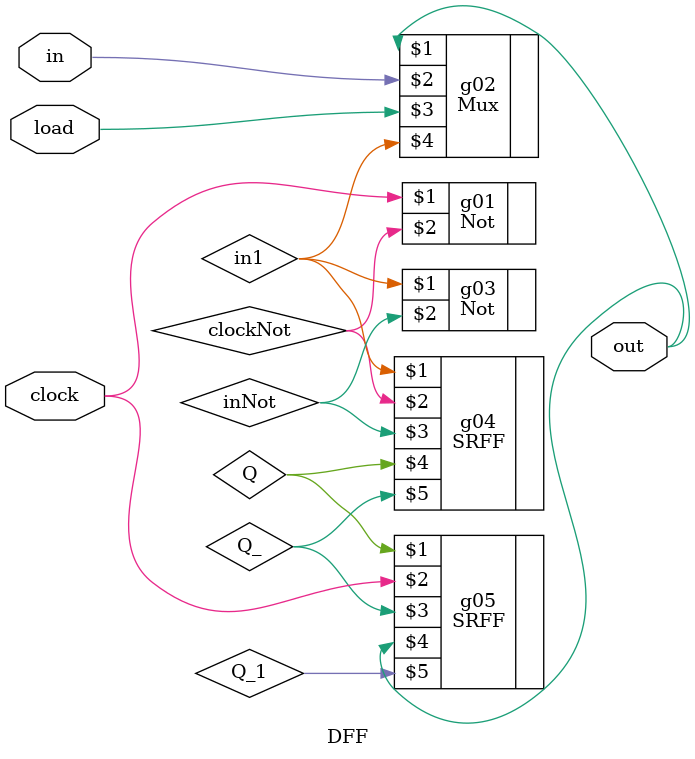
<source format=v>
module DFF(input in, clock, load, output out);
  Not g01(clock, clockNot);
  Mux g02(out, in, load, in1);
  Not g03(in1, inNot);
  SRFF g04(in1, clockNot, inNot, Q, Q_);
  SRFF g05(Q, clock, Q_, out, Q_1);
endmodule


</source>
